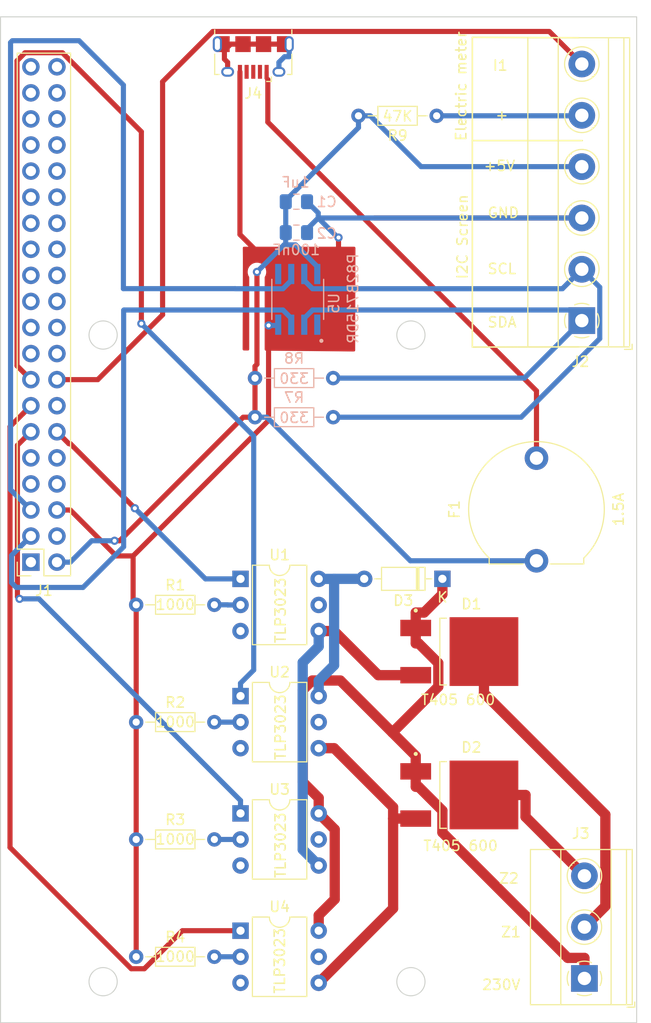
<source format=kicad_pcb>
(kicad_pcb (version 20221018) (generator pcbnew)
  (title_block (title "Heatger") (rev "1"))
  (layers (0 "F.Cu" signal) (31 "B.Cu" signal) (34 "B.Paste" user) (35 "F.Paste" user) (36 "B.SilkS" user "B.Silkscreen") (37 "F.SilkS" user "F.Silkscreen") (38 "B.Mask" user) (39 "F.Mask" user) (44 "Edge.Cuts" user))
  (net 0 "")
  (net 1 "Net-(D1-A1)")
  (net 2 "Net-(D1-G)")
  (net 3 "Net-(D1-A2)")
  (net 4 "Net-(D2-G)")
  (net 5 "Net-(D2-A2)")
  (net 6 "Net-(D3-A)")
  (net 8 "Net-(J1-Pin_2)")
  (net 9 "Net-(J1-Pin_3)")
  (net 11 "Net-(J1-Pin_5)")
  (net 12 "Net-(J1-Pin_6)")
  (net 17 "Net-(J1-Pin_11)")
  (net 18 "Net-(J1-Pin_12)")
  (net 19 "Net-(J1-Pin_13)")
  (net 21 "Net-(J1-Pin_15)")
  (net 22 "Net-(J1-Pin_16)")
  (net 47 "Net-(J2-Pin_2)")
  (net 48 "Net-(J2-Pin_5)")
  (net 52 "unconnected-(J4-Shield-Pad6)")
  (net 53 "Net-(R1-Pad2)")
  (net 54 "Net-(R2-Pad2)")
  (net 55 "Net-(R3-Pad2)")
  (net 56 "Net-(R4-Pad2)")
  (net 61 "Net-(J2-Pin_1)")
  (net 62 "Net-(J4-VBUS)")
  (footprint "Package_DIP:DIP-6_W7.62mm" (layer "F.Cu") (at 135.392 144.033)
    (fp_text reference "U4" (at 3.81 -2.33) (layer "F.SilkS"))
    (fp_text value "TLP3023" (at 3.8254 2.9314 90) (layer "F.SilkS"))
    (pad "1" thru_hole rect (at 0 0) (size 1.6 1.6) (drill 0.8) (layers "*.Cu" "*.Mask") (net 19 "Net-(J1-Pin_13)"))
    (pad "2" thru_hole oval (at 0 2.54) (size 1.6 1.6) (drill 0.8) (layers "*.Cu" "*.Mask") (net 56 "Net-(R4-Pad2)"))
    (pad "3" thru_hole oval (at 0 5.08) (size 1.6 1.6) (drill 0.8) (layers "*.Cu" "*.Mask"))
    (pad "4" thru_hole oval (at 7.62 5.08) (size 1.6 1.6) (drill 0.8) (layers "*.Cu" "*.Mask") (net 4 "Net-(D2-G)"))
    (pad "5" thru_hole oval (at 7.62 2.54) (size 1.6 1.6) (drill 0.8) (layers "*.Cu" "*.Mask"))
    (pad "6" thru_hole oval (at 7.62 0) (size 1.6 1.6) (drill 0.8) (layers "*.Cu" "*.Mask") (net 1 "Net-(D1-A1)"))
  )
  (footprint "Connector_USB:USB_Micro-B_Amphenol_10118194_Horizontal" (layer "F.Cu") (at 136.636 58.958 180)
    (fp_text reference "J4" (at 0 -3.5) (layer "F.SilkS"))
    (fp_text value "USB_B_Micro")
    (pad "1" smd rect (at -1.3 -1.4 180) (size 0.4 1.35) (layers "F.Cu" "F.Paste" "F.Mask") (net 62 "Net-(J4-VBUS)"))
    (pad "2" smd rect (at -0.65 -1.4 180) (size 0.4 1.35) (layers "F.Cu" "F.Paste" "F.Mask"))
    (pad "3" smd rect (at 0 -1.4 180) (size 0.4 1.35) (layers "F.Cu" "F.Paste" "F.Mask"))
    (pad "4" smd rect (at 0.65 -1.4 180) (size 0.4 1.35) (layers "F.Cu" "F.Paste" "F.Mask"))
    (pad "5" smd rect (at 1.3 -1.4 180) (size 0.4 1.35) (layers "F.Cu" "F.Paste" "F.Mask") (net 12 "Net-(J1-Pin_6)"))
    (pad "6" thru_hole oval (at -3.5 1.3 180) (size 0.89 1.55) (drill oval 0.5 1.15) (layers "*.Cu" "*.Mask") (net 52 "unconnected-(J4-Shield-Pad6)"))
    (pad "6" smd rect (at -2.9 1.3 180) (size 1.2 1.55) (layers "F.Cu" "F.Paste" "F.Mask") (net 52 "unconnected-(J4-Shield-Pad6)"))
    (pad "6" thru_hole oval (at -2.5 -1.4 180) (size 1.25 0.95) (drill oval 0.85 0.55) (layers "*.Cu" "*.Mask") (net 52 "unconnected-(J4-Shield-Pad6)"))
    (pad "6" smd rect (at -1 1.3 180) (size 1.5 1.55) (layers "F.Cu" "F.Paste" "F.Mask") (net 52 "unconnected-(J4-Shield-Pad6)"))
    (pad "6" smd rect (at 1 1.3 180) (size 1.5 1.55) (layers "F.Cu" "F.Paste" "F.Mask") (net 52 "unconnected-(J4-Shield-Pad6)"))
    (pad "6" thru_hole oval (at 2.5 -1.4 180) (size 1.25 0.95) (drill oval 0.85 0.55) (layers "*.Cu" "*.Mask") (net 52 "unconnected-(J4-Shield-Pad6)"))
    (pad "6" smd rect (at 2.9 1.3 180) (size 1.2 1.55) (layers "F.Cu" "F.Paste" "F.Mask") (net 52 "unconnected-(J4-Shield-Pad6)"))
    (pad "6" thru_hole oval (at 3.5 1.3 180) (size 0.89 1.55) (drill oval 0.5 1.15) (layers "*.Cu" "*.Mask") (net 52 "unconnected-(J4-Shield-Pad6)"))
  )
  (footprint "VREG_L78M08CDT-TR:VREG_L78M08CDT-TR" (layer "F.Cu") (at 156.718 116.84)
    (fp_text reference "D1" (at 1.175 -4.635) (layer "F.SilkS"))
    (fp_text value "T405 600" (at -0.127 4.699) (layer "F.SilkS"))
    (pad "1" smd rect (at -4.25 -2.3) (size 3 1.6) (layers "F.Cu" "F.Paste" "F.Mask") (net 1 "Net-(D1-A1)"))
    (pad "2" smd rect (at 2.4 0) (size 6.7 6.7) (layers "F.Cu" "F.Mask") (net 3 "Net-(D1-A2)"))
    (pad "3" smd rect (at -4.25 2.3) (size 3 1.6) (layers "F.Cu" "F.Paste" "F.Mask") (net 2 "Net-(D1-G)"))
  )
  (footprint "Resistor_THT:R_Axial_DIN0204_L3.6mm_D1.6mm_P7.62mm_Horizontal" (layer "F.Cu") (at 125.222 123.713)
    (fp_text reference "R2" (at 3.81 -1.92) (layer "F.SilkS"))
    (fp_text value "1000" (at 3.81 -0.015) (layer "F.SilkS"))
    (pad "1" thru_hole circle (at 0 0) (size 1.4 1.4) (drill 0.7) (layers "*.Cu" "*.Mask") (net 12 "Net-(J1-Pin_6)"))
    (pad "2" thru_hole oval (at 7.62 0) (size 1.4 1.4) (drill 0.7) (layers "*.Cu" "*.Mask") (net 54 "Net-(R2-Pad2)"))
  )
  (footprint "Fuse:Fuseholder_Cylinder-5x20mm_EATON_H15-V-1_Vertical_Closed" (layer "F.Cu") (at 164.2364 107.9932 90)
    (fp_text reference "F1" (at 5 -8 90) (layer "F.SilkS"))
    (fp_text value "1.5A" (at 5 8 90) (layer "F.SilkS"))
    (pad "1" thru_hole circle (at 0 0 90) (size 2.3 2.3) (drill 1.3) (layers "*.Cu" "*.Mask") (net 8 "Net-(J1-Pin_2)"))
    (pad "2" thru_hole circle (at 10 0 90) (size 2.3 2.3) (drill 1.3) (layers "*.Cu" "*.Mask") (net 62 "Net-(J4-VBUS)"))
  )
  (footprint "Resistor_THT:R_Axial_DIN0204_L3.6mm_D1.6mm_P7.62mm_Horizontal" (layer "F.Cu") (at 125.222 112.283)
    (fp_text reference "R1" (at 3.81 -1.92) (layer "F.SilkS"))
    (fp_text value "1000" (at 3.81 -0.015) (layer "F.SilkS"))
    (pad "1" thru_hole circle (at 0 0) (size 1.4 1.4) (drill 0.7) (layers "*.Cu" "*.Mask") (net 12 "Net-(J1-Pin_6)"))
    (pad "2" thru_hole oval (at 7.62 0) (size 1.4 1.4) (drill 0.7) (layers "*.Cu" "*.Mask") (net 53 "Net-(R1-Pad2)"))
  )
  (footprint "Resistor_THT:R_Axial_DIN0204_L3.6mm_D1.6mm_P7.62mm_Horizontal" (layer "F.Cu") (at 125.222 146.573)
    (fp_text reference "R4" (at 3.81 -1.92) (layer "F.SilkS"))
    (fp_text value "1000" (at 3.81 -0.015) (layer "F.SilkS"))
    (pad "1" thru_hole circle (at 0 0) (size 1.4 1.4) (drill 0.7) (layers "*.Cu" "*.Mask") (net 12 "Net-(J1-Pin_6)"))
    (pad "2" thru_hole oval (at 7.62 0) (size 1.4 1.4) (drill 0.7) (layers "*.Cu" "*.Mask") (net 56 "Net-(R4-Pad2)"))
  )
  (footprint "Diode_THT:D_DO-35_SOD27_P7.62mm_Horizontal" (layer "F.Cu") (at 155.067 109.7534 180)
    (fp_text reference "D3" (at 3.81 -2.12) (layer "F.SilkS"))
    (fp_text value "1N914")
    (fp_text user "K" (at 0 -1.8) (layer "F.SilkS"))
    (pad "1" thru_hole rect (at 0 0 180) (size 1.6 1.6) (drill 0.8) (layers "*.Cu" "*.Mask") (net 1 "Net-(D1-A1)"))
    (pad "2" thru_hole oval (at 7.62 0 180) (size 1.6 1.6) (drill 0.8) (layers "*.Cu" "*.Mask") (net 6 "Net-(D3-A)"))
  )
  (footprint "TerminalBlock_Phoenix:TerminalBlock_Phoenix_MKDS-1,5-6_1x06_P5.00mm_Horizontal" (layer "F.Cu") (at 168.656 84.596 90)
    (fp_text reference "J2" (at -3.9992 -0.127 180) (layer "F.SilkS"))
    (fp_text value "DC command")
    (pad "1" thru_hole rect (at 0 0 90) (size 2.6 2.6) (drill 1.3) (layers "*.Cu" "*.Mask") (net 61 "Net-(J2-Pin_1)"))
    (pad "2" thru_hole circle (at 5 0 90) (size 2.6 2.6) (drill 1.3) (layers "*.Cu" "*.Mask") (net 47 "Net-(J2-Pin_2)"))
    (pad "3" thru_hole circle (at 10 0 90) (size 2.6 2.6) (drill 1.3) (layers "*.Cu" "*.Mask") (net 12 "Net-(J1-Pin_6)"))
    (pad "4" thru_hole circle (at 15 0 90) (size 2.6 2.6) (drill 1.3) (layers "*.Cu" "*.Mask") (net 8 "Net-(J1-Pin_2)"))
    (pad "5" thru_hole circle (at 20 0 90) (size 2.6 2.6) (drill 1.3) (layers "*.Cu" "*.Mask") (net 48 "Net-(J2-Pin_5)"))
    (pad "6" thru_hole circle (at 25 0 90) (size 2.6 2.6) (drill 1.3) (layers "*.Cu" "*.Mask") (net 22 "Net-(J1-Pin_16)"))
  )
  (footprint "TerminalBlock_Phoenix:TerminalBlock_Phoenix_MKDS-1,5-3_1x03_P5.00mm_Horizontal" (layer "F.Cu") (at 168.9102 148.684 90)
    (fp_text reference "J3" (at 14.1148 -0.3556 180) (layer "F.SilkS"))
    (fp_text value "AC Pilote")
    (pad "1" thru_hole rect (at 0 0 90) (size 2.6 2.6) (drill 1.3) (layers "*.Cu" "*.Mask") (net 1 "Net-(D1-A1)"))
    (pad "2" thru_hole circle (at 5 0 90) (size 2.6 2.6) (drill 1.3) (layers "*.Cu" "*.Mask") (net 3 "Net-(D1-A2)"))
    (pad "3" thru_hole circle (at 10 0 90) (size 2.6 2.6) (drill 1.3) (layers "*.Cu" "*.Mask") (net 5 "Net-(D2-A2)"))
  )
  (footprint "VREG_L78M08CDT-TR:VREG_L78M08CDT-TR" (layer "F.Cu") (at 156.718 130.81)
    (fp_text reference "D2" (at 1.175 -4.635) (layer "F.SilkS"))
    (fp_text value "T405 600" (at 0.127 4.953) (layer "F.SilkS"))
    (pad "1" smd rect (at -4.25 -2.3) (size 3 1.6) (layers "F.Cu" "F.Paste" "F.Mask") (net 1 "Net-(D1-A1)"))
    (pad "2" smd rect (at 2.4 0) (size 6.7 6.7) (layers "F.Cu" "F.Mask") (net 5 "Net-(D2-A2)"))
    (pad "3" smd rect (at -4.25 2.3) (size 3 1.6) (layers "F.Cu" "F.Paste" "F.Mask") (net 4 "Net-(D2-G)"))
  )
  (footprint "Resistor_THT:R_Axial_DIN0204_L3.6mm_D1.6mm_P7.62mm_Horizontal" (layer "F.Cu") (at 154.5082 64.643 180)
    (fp_text reference "R9" (at 3.81 -1.92) (layer "F.SilkS"))
    (fp_text value "47K" (at 3.81 -0.0446) (layer "F.SilkS"))
    (pad "1" thru_hole circle (at 0 0 180) (size 1.4 1.4) (drill 0.7) (layers "*.Cu" "*.Mask") (net 48 "Net-(J2-Pin_5)"))
    (pad "2" thru_hole oval (at 7.62 0 180) (size 1.4 1.4) (drill 0.7) (layers "*.Cu" "*.Mask") (net 8 "Net-(J1-Pin_2)"))
  )
  (footprint "Connector_PinSocket_2.54mm:PinSocket_2x20_P2.54mm_Vertical" (layer "F.Cu") (at 114.9604 108.1278 180)
    (fp_text reference "J1" (at -1.27 -2.77) (layer "F.SilkS"))
    (fp_text value "RPI")
    (pad "1" thru_hole rect (at 0 0 180) (size 1.7 1.7) (drill 1) (layers "*.Cu" "*.Mask"))
    (pad "2" thru_hole oval (at -2.54 0 180) (size 1.7 1.7) (drill 1) (layers "*.Cu" "*.Mask") (net 8 "Net-(J1-Pin_2)"))
    (pad "3" thru_hole oval (at 0 2.54 180) (size 1.7 1.7) (drill 1) (layers "*.Cu" "*.Mask") (net 9 "Net-(J1-Pin_3)"))
    (pad "4" thru_hole oval (at -2.54 2.54 180) (size 1.7 1.7) (drill 1) (layers "*.Cu" "*.Mask"))
    (pad "5" thru_hole oval (at 0 5.08 180) (size 1.7 1.7) (drill 1) (layers "*.Cu" "*.Mask") (net 11 "Net-(J1-Pin_5)"))
    (pad "6" thru_hole oval (at -2.54 5.08 180) (size 1.7 1.7) (drill 1) (layers "*.Cu" "*.Mask") (net 12 "Net-(J1-Pin_6)"))
    (pad "7" thru_hole oval (at 0 7.62 180) (size 1.7 1.7) (drill 1) (layers "*.Cu" "*.Mask"))
    (pad "8" thru_hole oval (at -2.54 7.62 180) (size 1.7 1.7) (drill 1) (layers "*.Cu" "*.Mask"))
    (pad "9" thru_hole oval (at 0 10.16 180) (size 1.7 1.7) (drill 1) (layers "*.Cu" "*.Mask"))
    (pad "10" thru_hole oval (at -2.54 10.16 180) (size 1.7 1.7) (drill 1) (layers "*.Cu" "*.Mask"))
    (pad "11" thru_hole oval (at 0 12.7 180) (size 1.7 1.7) (drill 1) (layers "*.Cu" "*.Mask") (net 17 "Net-(J1-Pin_11)"))
    (pad "12" thru_hole oval (at -2.54 12.7 180) (size 1.7 1.7) (drill 1) (layers "*.Cu" "*.Mask") (net 18 "Net-(J1-Pin_12)"))
    (pad "13" thru_hole oval (at 0 15.24 180) (size 1.7 1.7) (drill 1) (layers "*.Cu" "*.Mask") (net 19 "Net-(J1-Pin_13)"))
    (pad "14" thru_hole oval (at -2.54 15.24 180) (size 1.7 1.7) (drill 1) (layers "*.Cu" "*.Mask"))
    (pad "15" thru_hole oval (at 0 17.78 180) (size 1.7 1.7) (drill 1) (layers "*.Cu" "*.Mask") (net 21 "Net-(J1-Pin_15)"))
    (pad "16" thru_hole oval (at -2.54 17.78 180) (size 1.7 1.7) (drill 1) (layers "*.Cu" "*.Mask") (net 22 "Net-(J1-Pin_16)"))
    (pad "17" thru_hole oval (at 0 20.32 180) (size 1.7 1.7) (drill 1) (layers "*.Cu" "*.Mask"))
    (pad "18" thru_hole oval (at -2.54 20.32 180) (size 1.7 1.7) (drill 1) (layers "*.Cu" "*.Mask"))
    (pad "19" thru_hole oval (at 0 22.86 180) (size 1.7 1.7) (drill 1) (layers "*.Cu" "*.Mask"))
    (pad "20" thru_hole oval (at -2.54 22.86 180) (size 1.7 1.7) (drill 1) (layers "*.Cu" "*.Mask"))
    (pad "21" thru_hole oval (at 0 25.4 180) (size 1.7 1.7) (drill 1) (layers "*.Cu" "*.Mask"))
    (pad "22" thru_hole oval (at -2.54 25.4 180) (size 1.7 1.7) (drill 1) (layers "*.Cu" "*.Mask"))
    (pad "23" thru_hole oval (at 0 27.94 180) (size 1.7 1.7) (drill 1) (layers "*.Cu" "*.Mask"))
    (pad "24" thru_hole oval (at -2.54 27.94 180) (size 1.7 1.7) (drill 1) (layers "*.Cu" "*.Mask"))
    (pad "25" thru_hole oval (at 0 30.48 180) (size 1.7 1.7) (drill 1) (layers "*.Cu" "*.Mask"))
    (pad "26" thru_hole oval (at -2.54 30.48 180) (size 1.7 1.7) (drill 1) (layers "*.Cu" "*.Mask"))
    (pad "27" thru_hole oval (at 0 33.02 180) (size 1.7 1.7) (drill 1) (layers "*.Cu" "*.Mask"))
    (pad "28" thru_hole oval (at -2.54 33.02 180) (size 1.7 1.7) (drill 1) (layers "*.Cu" "*.Mask"))
    (pad "29" thru_hole oval (at 0 35.56 180) (size 1.7 1.7) (drill 1) (layers "*.Cu" "*.Mask"))
    (pad "30" thru_hole oval (at -2.54 35.56 180) (size 1.7 1.7) (drill 1) (layers "*.Cu" "*.Mask"))
    (pad "31" thru_hole oval (at 0 38.1 180) (size 1.7 1.7) (drill 1) (layers "*.Cu" "*.Mask"))
    (pad "32" thru_hole oval (at -2.54 38.1 180) (size 1.7 1.7) (drill 1) (layers "*.Cu" "*.Mask"))
    (pad "33" thru_hole oval (at 0 40.64 180) (size 1.7 1.7) (drill 1) (layers "*.Cu" "*.Mask"))
    (pad "34" thru_hole oval (at -2.54 40.64 180) (size 1.7 1.7) (drill 1) (layers "*.Cu" "*.Mask"))
    (pad "35" thru_hole oval (at 0 43.18 180) (size 1.7 1.7) (drill 1) (layers "*.Cu" "*.Mask"))
    (pad "36" thru_hole oval (at -2.54 43.18 180) (size 1.7 1.7) (drill 1) (layers "*.Cu" "*.Mask"))
    (pad "37" thru_hole oval (at 0 45.72 180) (size 1.7 1.7) (drill 1) (layers "*.Cu" "*.Mask"))
    (pad "38" thru_hole oval (at -2.54 45.72 180) (size 1.7 1.7) (drill 1) (layers "*.Cu" "*.Mask"))
    (pad "39" thru_hole oval (at 0 48.26 180) (size 1.7 1.7) (drill 1) (layers "*.Cu" "*.Mask"))
    (pad "40" thru_hole oval (at -2.54 48.26 180) (size 1.7 1.7) (drill 1) (layers "*.Cu" "*.Mask"))
  )
  (footprint "Package_DIP:DIP-6_W7.62mm" (layer "F.Cu") (at 135.392 121.173)
    (fp_text reference "U2" (at 3.81 -2.33) (layer "F.SilkS"))
    (fp_text value "TLP3023" (at 3.9016 3.033 90) (layer "F.SilkS"))
    (pad "1" thru_hole rect (at 0 0) (size 1.6 1.6) (drill 0.8) (layers "*.Cu" "*.Mask") (net 21 "Net-(J1-Pin_15)"))
    (pad "2" thru_hole oval (at 0 2.54) (size 1.6 1.6) (drill 0.8) (layers "*.Cu" "*.Mask") (net 54 "Net-(R2-Pad2)"))
    (pad "3" thru_hole oval (at 0 5.08) (size 1.6 1.6) (drill 0.8) (layers "*.Cu" "*.Mask"))
    (pad "4" thru_hole oval (at 7.62 5.08) (size 1.6 1.6) (drill 0.8) (layers "*.Cu" "*.Mask") (net 4 "Net-(D2-G)"))
    (pad "5" thru_hole oval (at 7.62 2.54) (size 1.6 1.6) (drill 0.8) (layers "*.Cu" "*.Mask"))
    (pad "6" thru_hole oval (at 7.62 0) (size 1.6 1.6) (drill 0.8) (layers "*.Cu" "*.Mask") (net 6 "Net-(D3-A)"))
  )
  (footprint "Package_DIP:DIP-6_W7.62mm" (layer "F.Cu") (at 135.392 109.758)
    (fp_text reference "U1" (at 3.81 -2.33) (layer "F.SilkS"))
    (fp_text value "TLP3023" (at 3.9016 3.0688 90) (layer "F.SilkS"))
    (pad "1" thru_hole rect (at 0 0) (size 1.6 1.6) (drill 0.8) (layers "*.Cu" "*.Mask") (net 18 "Net-(J1-Pin_12)"))
    (pad "2" thru_hole oval (at 0 2.54) (size 1.6 1.6) (drill 0.8) (layers "*.Cu" "*.Mask") (net 53 "Net-(R1-Pad2)"))
    (pad "3" thru_hole oval (at 0 5.08) (size 1.6 1.6) (drill 0.8) (layers "*.Cu" "*.Mask"))
    (pad "4" thru_hole oval (at 7.62 5.08) (size 1.6 1.6) (drill 0.8) (layers "*.Cu" "*.Mask") (net 2 "Net-(D1-G)"))
    (pad "5" thru_hole oval (at 7.62 2.54) (size 1.6 1.6) (drill 0.8) (layers "*.Cu" "*.Mask"))
    (pad "6" thru_hole oval (at 7.62 0) (size 1.6 1.6) (drill 0.8) (layers "*.Cu" "*.Mask") (net 6 "Net-(D3-A)"))
  )
  (footprint "Resistor_THT:R_Axial_DIN0204_L3.6mm_D1.6mm_P7.62mm_Horizontal" (layer "F.Cu") (at 125.222 135.143)
    (fp_text reference "R3" (at 3.81 -1.92) (layer "F.SilkS"))
    (fp_text value "1000" (at 3.81 -0.015) (layer "F.SilkS"))
    (pad "1" thru_hole circle (at 0 0) (size 1.4 1.4) (drill 0.7) (layers "*.Cu" "*.Mask") (net 12 "Net-(J1-Pin_6)"))
    (pad "2" thru_hole oval (at 7.62 0) (size 1.4 1.4) (drill 0.7) (layers "*.Cu" "*.Mask") (net 55 "Net-(R3-Pad2)"))
  )
  (footprint "Package_DIP:DIP-6_W7.62mm" (layer "F.Cu") (at 135.392 132.603)
    (fp_text reference "U3" (at 3.81 -2.33) (layer "F.SilkS"))
    (fp_text value "TLP3023" (at 3.9016 3.1092 90) (layer "F.SilkS"))
    (pad "1" thru_hole rect (at 0 0) (size 1.6 1.6) (drill 0.8) (layers "*.Cu" "*.Mask") (net 17 "Net-(J1-Pin_11)"))
    (pad "2" thru_hole oval (at 0 2.54) (size 1.6 1.6) (drill 0.8) (layers "*.Cu" "*.Mask") (net 55 "Net-(R3-Pad2)"))
    (pad "3" thru_hole oval (at 0 5.08) (size 1.6 1.6) (drill 0.8) (layers "*.Cu" "*.Mask"))
    (pad "4" thru_hole oval (at 7.62 5.08) (size 1.6 1.6) (drill 0.8) (layers "*.Cu" "*.Mask") (net 2 "Net-(D1-G)"))
    (pad "5" thru_hole oval (at 7.62 2.54) (size 1.6 1.6) (drill 0.8) (layers "*.Cu" "*.Mask"))
    (pad "6" thru_hole oval (at 7.62 0) (size 1.6 1.6) (drill 0.8) (layers "*.Cu" "*.Mask") (net 1 "Net-(D1-A1)"))
  )
  (footprint "Resistor_THT:R_Axial_DIN0204_L3.6mm_D1.6mm_P7.62mm_Horizontal" (layer "B.Cu") (at 144.4244 94.0054 180)
    (fp_text reference "R7" (at 3.81 1.92) (layer "B.SilkS") (effects (justify mirror)))
    (fp_text value "330" (at 3.81 -0.0508) (layer "B.SilkS") (effects (justify mirror)))
    (pad "1" thru_hole circle (at 0 0 180) (size 1.4 1.4) (drill 0.7) (layers "*.Cu" "*.Mask") (net 47 "Net-(J2-Pin_2)"))
    (pad "2" thru_hole oval (at 7.62 0 180) (size 1.4 1.4) (drill 0.7) (layers "*.Cu" "*.Mask") (net 8 "Net-(J1-Pin_2)"))
  )
  (footprint "Resistor_THT:R_Axial_DIN0204_L3.6mm_D1.6mm_P7.62mm_Horizontal" (layer "B.Cu") (at 144.4244 90.1954 180)
    (fp_text reference "R8" (at 3.81 1.92) (layer "B.SilkS") (effects (justify mirror)))
    (fp_text value "330" (at 3.81 -0.0508) (layer "B.SilkS") (effects (justify mirror)))
    (pad "1" thru_hole circle (at 0 0 180) (size 1.4 1.4) (drill 0.7) (layers "*.Cu" "*.Mask") (net 61 "Net-(J2-Pin_1)"))
    (pad "2" thru_hole oval (at 7.62 0 180) (size 1.4 1.4) (drill 0.7) (layers "*.Cu" "*.Mask") (net 8 "Net-(J1-Pin_2)"))
  )
  (footprint "Autre:SOIC127P599X175-8N" (layer "B.Cu") (at 140.969 82.5246 90)
    (fp_text reference "U5" (at -0.385 3.537 270) (layer "B.SilkS") (effects (justify mirror)))
    (fp_text value "P82B715DR" (at 0.0762 5.3858 270) (layer "B.SilkS") (effects (justify mirror)))
    (pad "1" smd roundrect (at -2.47 1.905 90) (size 1.97 0.6) (layers "B.Cu" "B.Paste" "B.Mask") (roundrect_rratio 0.07))
    (pad "2" smd roundrect (at -2.47 0.635 90) (size 1.97 0.6) (layers "B.Cu" "B.Paste" "B.Mask") (roundrect_rratio 0.07) (net 61 "Net-(J2-Pin_1)"))
    (pad "3" smd roundrect (at -2.47 -0.635 90) (size 1.97 0.6) (layers "B.Cu" "B.Paste" "B.Mask") (roundrect_rratio 0.07) (net 9 "Net-(J1-Pin_3)"))
    (pad "4" smd roundrect (at -2.47 -1.905 90) (size 1.97 0.6) (layers "B.Cu" "B.Paste" "B.Mask") (roundrect_rratio 0.07) (net 12 "Net-(J1-Pin_6)"))
    (pad "5" smd roundrect (at 2.47 -1.905 90) (size 1.97 0.6) (layers "B.Cu" "B.Paste" "B.Mask") (roundrect_rratio 0.07))
    (pad "6" smd roundrect (at 2.47 -0.635 90) (size 1.97 0.6) (layers "B.Cu" "B.Paste" "B.Mask") (roundrect_rratio 0.07) (net 11 "Net-(J1-Pin_5)"))
    (pad "7" smd roundrect (at 2.47 0.635 90) (size 1.97 0.6) (layers "B.Cu" "B.Paste" "B.Mask") (roundrect_rratio 0.07) (net 47 "Net-(J2-Pin_2)"))
    (pad "8" smd roundrect (at 2.47 1.905 90) (size 1.97 0.6) (layers "B.Cu" "B.Paste" "B.Mask") (roundrect_rratio 0.07) (net 8 "Net-(J1-Pin_2)"))
  )
  (footprint "Capacitor_SMD:C_0805_2012Metric_Pad1.18x1.45mm_HandSolder" (layer "B.Cu") (at 140.8381 73.0122 180)
    (fp_text reference "C1" (at -2.9513 -0.0128) (layer "B.SilkS") (effects (justify mirror)))
    (fp_text value "1uF" (at 0.0713 1.8922) (layer "B.SilkS") (effects (justify mirror)))
    (pad "1" smd roundrect (at -1.0375 0 180) (size 1.175 1.45) (layers "B.Cu" "B.Paste" "B.Mask") (roundrect_rratio 0.212766) (net 12 "Net-(J1-Pin_6)"))
    (pad "2" smd roundrect (at 1.0375 0 180) (size 1.175 1.45) (layers "B.Cu" "B.Paste" "B.Mask") (roundrect_rratio 0.212766) (net 8 "Net-(J1-Pin_2)"))
  )
  (footprint "Capacitor_SMD:C_0805_2012Metric_Pad1.18x1.45mm_HandSolder" (layer "B.Cu") (at 140.8381 76.0222 180)
    (fp_text reference "C2" (at -2.9513 -0.0762) (layer "B.SilkS") (effects (justify mirror)))
    (fp_text value "100nF" (at 0 -1.68) (layer "B.SilkS") (effects (justify mirror)))
    (pad "1" smd roundrect (at -1.0375 0 180) (size 1.175 1.45) (layers "B.Cu" "B.Paste" "B.Mask") (roundrect_rratio 0.212766) (net 12 "Net-(J1-Pin_6)"))
    (pad "2" smd roundrect (at 1.0375 0 180) (size 1.175 1.45) (layers "B.Cu" "B.Paste" "B.Mask") (roundrect_rratio 0.212766) (net 8 "Net-(J1-Pin_2)"))
  )
  (gr_line (start 157.988 56.9976) (end 157.988 67.056) (stroke (width 0.15)) (layer "F.SilkS"))
  (gr_line (start 157.988 86.4108) (end 157.988 87.1728) (stroke (width 0.15)) (layer "F.SilkS"))
  (gr_line (start 168.3555 57.036) (end 157.988 56.9976) (stroke (width 0.15)) (layer "F.SilkS"))
  (gr_line (start 157.988 67.056) (end 157.988 86.4108) (stroke (width 0.15)) (layer "F.SilkS"))
  (gr_line (start 157.988 87.1728) (end 158.2928 87.1728) (stroke (width 0.15)) (layer "F.SilkS"))
  (gr_line (start 168.3555 87.156) (end 158.2928 87.1728) (stroke (width 0.15)) (layer "F.SilkS"))
  (gr_line (start 158.115 87.1728) (end 158.2928 87.1728) (stroke (width 0.15)) (layer "F.SilkS"))
  (gr_line (start 168.7068 67.056) (end 157.988 67.056) (stroke (width 0.15)) (layer "F.SilkS"))
  (gr_rect (start 112 55) (end 174 153) (stroke (width 0.1)) (fill none) (layer "Edge.Cuts"))
  (gr_circle (center 152 86) (end 153.375 86) (stroke (width 0.1)) (fill none) (layer "Edge.Cuts"))
  (gr_circle (center 122 149) (end 123.375 149) (stroke (width 0.1)) (fill none) (layer "Edge.Cuts"))
  (gr_circle (center 122 86) (end 123.375 86) (stroke (width 0.1)) (fill none) (layer "Edge.Cuts"))
  (gr_circle (center 152 149) (end 153.375 149) (stroke (width 0.1)) (fill none) (layer "Edge.Cuts"))
  (gr_text "Z1" (at 160.7058 144.7546) (layer "F.SilkS") (effects (font (size 1 1)) (justify left bottom)))
  (gr_text "I1" (at 159.893 60.325) (layer "F.SilkS") (effects (font (size 1 1)) (justify left bottom)))
  (gr_text "Z2" (at 160.5026 139.5222) (layer "F.SilkS") (effects (font (size 1 1)) (justify left bottom)))
  (gr_text "230V" (at 158.8516 149.8854) (layer "F.SilkS") (effects (font (size 1 1)) (justify left bottom)))
  (gr_text "I2C Screen" (at 157.607 80.645 90) (layer "F.SilkS") (effects (font (size 1 1)) (justify left bottom)))
  (gr_text "SDA" (at 159.385 85.344) (layer "F.SilkS") (effects (font (size 1 1)) (justify left bottom)))
  (gr_text "+" (at 160.147 65.151) (layer "F.SilkS") (effects (font (size 1 1)) (justify left bottom)))
  (gr_text "Electric meter" (at 157.48 67.183 90) (layer "F.SilkS") (effects (font (size 1 1)) (justify left bottom)))
  (gr_text "SCL" (at 159.385 80.137) (layer "F.SilkS") (effects (font (size 1 1)) (justify left bottom)))
  (gr_text "GND" (at 159.385 74.676) (layer "F.SilkS") (effects (font (size 1 1)) (justify left bottom)))
  (gr_text "+5V" (at 159.004 70.104) (layer "F.SilkS") (effects (font (size 1 1)) (justify left bottom)))
  (segment (start 155.067 109.7534) (end 155.067 111.255) (width 1) (layer "F.Cu") (net 1))
  (segment (start 152.75 116.042) (end 152.468 116.042) (width 1) (layer "F.Cu") (net 1))
  (segment (start 141.46 120.584) (end 141.46 129.55) (width 1) (layer "F.Cu") (net 1))
  (segment (start 168.91 148.684) (end 168.91 146.682) (width 1) (layer "F.Cu") (net 1))
  (segment (start 154.67 117.962) (end 152.75 116.042) (width 1) (layer "F.Cu") (net 1))
  (segment (start 152.468 113.038) (end 152.468 114.54) (width 1) (layer "F.Cu") (net 1))
  (segment (start 168.91 146.682) (end 167.284 146.682) (width 1) (layer "F.Cu") (net 1))
  (segment (start 152.468 127.008) (end 150.193 124.733) (width 1) (layer "F.Cu") (net 1))
  (segment (start 144.575 134.166) (end 143.012 132.603) (width 1) (layer "F.Cu") (net 1))
  (segment (start 152.75 130.012) (end 152.468 130.012) (width 1) (layer "F.Cu") (net 1))
  (segment (start 143.012 131.101) (end 143.012 132.603) (width 1) (layer "F.Cu") (net 1))
  (segment (start 143.012 144.033) (end 143.012 142.531) (width 1) (layer "F.Cu") (net 1))
  (segment (start 167.284 146.682) (end 155.066 134.464) (width 1) (layer "F.Cu") (net 1))
  (segment (start 155.067 111.255) (end 153.284 113.038) (width 1) (layer "F.Cu") (net 1))
  (segment (start 155.066 132.328) (end 152.75 130.012) (width 1) (layer "F.Cu") (net 1))
  (segment (start 144.575 140.968) (end 144.575 134.166) (width 1) (layer "F.Cu") (net 1))
  (segment (start 145.118 119.658) (end 142.386 119.658) (width 1) (layer "F.Cu") (net 1))
  (segment (start 142.386 119.658) (end 141.46 120.584) (width 1) (layer "F.Cu") (net 1))
  (segment (start 152.468 116.042) (end 152.468 114.54) (width 1) (layer "F.Cu") (net 1))
  (segment (start 168.9102 148.684) (end 168.91 148.684) (width 0.5) (layer "F.Cu") (net 1))
  (segment (start 153.284 113.038) (end 152.468 113.038) (width 1) (layer "F.Cu") (net 1))
  (segment (start 152.468 130.012) (end 152.468 128.51) (width 1) (layer "F.Cu") (net 1))
  (segment (start 150.193 124.733) (end 154.67 120.256) (width 1) (layer "F.Cu") (net 1))
  (segment (start 150.193 124.733) (end 145.118 119.658) (width 1) (layer "F.Cu") (net 1))
  (segment (start 155.067 109.753) (end 155.067 109.7534) (width 1) (layer "F.Cu") (net 1))
  (segment (start 143.012 142.531) (end 144.575 140.968) (width 1) (layer "F.Cu") (net 1))
  (segment (start 152.468 128.51) (end 152.468 127.008) (width 1) (layer "F.Cu") (net 1))
  (segment (start 154.67 120.256) (end 154.67 117.962) (width 1) (layer "F.Cu") (net 1))
  (segment (start 155.066 134.464) (end 155.066 132.328) (width 1) (layer "F.Cu") (net 1))
  (segment (start 141.46 129.55) (end 143.012 131.101) (width 1) (layer "F.Cu") (net 1))
  (segment (start 148.816 119.14) (end 144.514 114.838) (width 1) (layer "F.Cu") (net 2))
  (segment (start 144.514 114.838) (end 143.012 114.838) (width 1) (layer "F.Cu") (net 2))
  (segment (start 152.468 119.14) (end 148.816 119.14) (width 1) (layer "F.Cu") (net 2))
  (segment (start 143.012 116.34) (end 141.453 117.899) (width 1) (layer "B.Cu") (net 2))
  (segment (start 141.453 117.899) (end 141.453 136.124) (width 1) (layer "B.Cu") (net 2))
  (segment (start 143.012 114.838) (end 143.012 116.34) (width 1) (layer "B.Cu") (net 2))
  (segment (start 141.453 136.124) (end 143.012 137.683) (width 1) (layer "B.Cu") (net 2))
  (segment (start 168.91 143.684) (end 168.9102 143.6838) (width 1) (layer "F.Cu") (net 3))
  (segment (start 168.9102 143.6838) (end 169.93 142.664) (width 1) (layer "F.Cu") (net 3))
  (segment (start 159.118 120.892) (end 159.118 116.84) (width 1) (layer "F.Cu") (net 3))
  (segment (start 170.95 132.723) (end 159.118 120.892) (width 1) (layer "F.Cu") (net 3))
  (segment (start 169.93 142.664) (end 170.95 141.645) (width 1) (layer "F.Cu") (net 3))
  (segment (start 168.9102 143.6838) (end 168.9102 143.684) (width 0.5) (layer "F.Cu") (net 3))
  (segment (start 170.95 141.645) (end 170.95 132.723) (width 1) (layer "F.Cu") (net 3))
  (segment (start 144.514 126.253) (end 143.012 126.253) (width 1) (layer "F.Cu") (net 4))
  (segment (start 150.266 141.859) (end 150.266 133.11) (width 1) (layer "F.Cu") (net 4))
  (segment (start 152.468 133.11) (end 150.266 133.11) (width 1) (layer "F.Cu") (net 4))
  (segment (start 143.012 149.113) (end 150.266 141.859) (width 1) (layer "F.Cu") (net 4))
  (segment (start 150.266 133.11) (end 150.266 132.005) (width 1) (layer "F.Cu") (net 4))
  (segment (start 150.266 132.005) (end 144.514 126.253) (width 1) (layer "F.Cu") (net 4))
  (segment (start 163.17 132.944) (end 163.17 130.81) (width 1) (layer "F.Cu") (net 5))
  (segment (start 166.04 135.814) (end 166.0402 135.814) (width 0.5) (layer "F.Cu") (net 5))
  (segment (start 166.0402 135.814) (end 168.9102 138.684) (width 0.5) (layer "F.Cu") (net 5))
  (segment (start 163.17 130.81) (end 159.118 130.81) (width 1) (layer "F.Cu") (net 5))
  (segment (start 168.91 138.684) (end 166.04 135.814) (width 1) (layer "F.Cu") (net 5))
  (segment (start 166.04 135.814) (end 163.17 132.944) (width 1) (layer "F.Cu") (net 5))
  (segment (start 143.012 121.173) (end 143.012 119.671) (width 1) (layer "B.Cu") (net 6))
  (segment (start 143.012 119.671) (end 144.514 118.169) (width 1) (layer "B.Cu") (net 6))
  (segment (start 143.012 109.758) (end 144.514 109.758) (width 1) (layer "B.Cu") (net 6))
  (segment (start 147.447 109.7534) (end 147.447 109.753) (width 0.5) (layer "B.Cu") (net 6))
  (segment (start 144.514 118.169) (end 144.514 109.758) (width 1) (layer "B.Cu") (net 6))
  (segment (start 147.447 109.753) (end 144.518 109.753) (width 1) (layer "B.Cu") (net 6))
  (segment (start 144.518 109.753) (end 144.514 109.758) (width 1) (layer "B.Cu") (net 6))
  (segment (start 136.804 89.0435) (end 136.994 88.8535) (width 0.5) (layer "F.Cu") (net 8))
  (segment (start 123.114 106.043) (end 123.615 106.043) (width 0.5) (layer "F.Cu") (net 8))
  (segment (start 136.8044 94.0054) (end 136.804 94.0054) (width 0.5) (layer "F.Cu") (net 8))
  (segment (start 136.994 88.8535) (end 136.994 79.8538) (width 0.5) (layer "F.Cu") (net 8))
  (segment (start 136.804 90.1954) (end 136.804 90.195) (width 0.5) (layer "F.Cu") (net 8))
  (segment (start 123.615 106.043) (end 135.652 94.0054) (width 0.5) (layer "F.Cu") (net 8))
  (segment (start 136.804 90.195) (end 136.804 90.1954) (width 1.3998) (layer "F.Cu") (net 8))
  (segment (start 136.804 90.195) (end 136.804 89.0435) (width 0.5) (layer "F.Cu") (net 8))
  (segment (start 136.8044 90.1954) (end 136.804 90.1954) (width 0.5) (layer "F.Cu") (net 8))
  (segment (start 135.652 94.0054) (end 136.804 94.0054) (width 0.5) (layer "F.Cu") (net 8))
  (segment (start 136.804 94.0054) (end 136.804 90.1954) (width 0.5) (layer "F.Cu") (net 8))
  (via (at 136.994 79.8538) (size 0.8) (drill 0.4) (layers "F.Cu" "B.Cu") (net 8))
  (via (at 123.114 106.043) (size 0.8) (drill 0.4) (layers "F.Cu" "B.Cu") (net 8))
  (segment (start 139.801 77.2193) (end 139.801 73.0118) (width 0.5) (layer "B.Cu") (net 8))
  (segment (start 117.5004 108.128) (end 118.802 108.128) (width 0.5) (layer "B.Cu") (net 8))
  (segment (start 164.2364 107.9932) (end 151.9441 107.9932) (width 0.5) (layer "B.Cu") (net 8))
  (segment (start 151.9441 107.9932) (end 137.9563 94.0054) (width 0.5) (layer "B.Cu") (net 8))
  (segment (start 152.993 69.596) (end 168.656 69.596) (width 0.5) (layer "B.Cu") (net 8))
  (segment (start 140.758 77.2193) (end 142.874 79.3354) (width 0.5) (layer "B.Cu") (net 8))
  (segment (start 117.5004 108.1278) (end 117.5004 108.128) (width 0.5) (layer "B.Cu") (net 8))
  (segment (start 136.994 79.8538) (end 139.629 77.2193) (width 0.5) (layer "B.Cu") (net 8))
  (segment (start 136.8044 94.0054) (end 137.9563 94.0054) (width 0.5) (layer "B.Cu") (net 8))
  (segment (start 139.8006 73.0122) (end 139.801 73.0118) (width 0.5) (layer "B.Cu") (net 8))
  (segment (start 148.04 64.643) (end 152.993 69.596) (width 0.5) (layer "B.Cu") (net 8))
  (segment (start 139.8006 76.0222) (end 139.8006 77.2193) (width 0.5) (layer "B.Cu") (net 8))
  (segment (start 139.629 77.2193) (end 139.8006 77.2193) (width 0.5) (layer "B.Cu") (net 8))
  (segment (start 139.8006 77.2193) (end 139.801 77.2193) (width 0.5) (layer "B.Cu") (net 8))
  (segment (start 142.874 79.3354) (end 142.874 80.0546) (width 0.5) (layer "B.Cu") (net 8))
  (segment (start 146.8882 64.643) (end 148.04 64.643) (width 0.5) (layer "B.Cu") (net 8))
  (segment (start 146.888 64.643) (end 146.8882 64.643) (width 0.5) (layer "B.Cu") (net 8))
  (segment (start 118.802 108.128) (end 120.887 106.043) (width 0.5) (layer "B.Cu") (net 8))
  (segment (start 139.801 72.8825) (end 146.888 65.7949) (width 0.5) (layer "B.Cu") (net 8))
  (segment (start 117.5 108.128) (end 117.5004 108.128) (width 0.5) (layer "B.Cu") (net 8))
  (segment (start 139.801 73.0118) (end 139.801 72.8825) (width 0.5) (layer "B.Cu") (net 8))
  (segment (start 139.801 77.2193) (end 140.758 77.2193) (width 0.5) (layer "B.Cu") (net 8))
  (segment (start 146.888 65.7949) (end 146.888 64.643) (width 0.5) (layer "B.Cu") (net 8))
  (segment (start 120.887 106.043) (end 123.114 106.043) (width 0.5) (layer "B.Cu") (net 8))
  (segment (start 113.081 107.467) (end 114.96 105.588) (width 0.5) (layer "B.Cu") (net 9))
  (segment (start 120.04 110.592) (end 113.538 110.592) (width 0.5) (layer "B.Cu") (net 9))
  (segment (start 124.003 106.629) (end 120.04 110.592) (width 0.5) (layer "B.Cu") (net 9))
  (segment (start 113.081 110.134) (end 113.081 107.467) (width 0.5) (layer "B.Cu") (net 9))
  (segment (start 114.9604 105.5878) (end 114.9602 105.5878) (width 0.5) (layer "B.Cu") (net 9))
  (segment (start 139.526 83.5596) (end 124.035 83.5596) (width 0.5) (layer "B.Cu") (net 9))
  (segment (start 113.538 110.592) (end 113.081 110.134) (width 0.5) (layer "B.Cu") (net 9))
  (segment (start 124.035 83.5596) (end 124.003 83.5914) (width 0.5) (layer "B.Cu") (net 9))
  (segment (start 140.334 84.9946) (end 140.334 84.3678) (width 0.5) (layer "B.Cu") (net 9))
  (segment (start 114.9602 105.5878) (end 114.96 105.588) (width 0.5) (layer "B.Cu") (net 9))
  (segment (start 140.334 84.3678) (end 139.526 83.5596) (width 0.5) (layer "B.Cu") (net 9))
  (segment (start 124.003 83.5914) (end 124.003 106.629) (width 0.5) (layer "B.Cu") (net 9))
  (segment (start 139.526 81.4896) (end 134.88 81.4896) (width 0.5) (layer "B.Cu") (net 11))
  (segment (start 134.88 81.4896) (end 134.874 81.4832) (width 0.5) (layer "B.Cu") (net 11))
  (segment (start 114.9602 103.0478) (end 114.96 103.048) (width 0.5) (layer "B.Cu") (net 11))
  (segment (start 112.979 101.067) (end 114.96 103.048) (width 0.5) (layer "B.Cu") (net 11))
  (segment (start 113.157 57.3278) (end 112.979 57.5056) (width 0.5) (layer "B.Cu") (net 11))
  (segment (start 140.334 80.0546) (end 140.334 80.6814) (width 0.5) (layer "B.Cu") (net 11))
  (segment (start 140.334 80.6814) (end 139.526 81.4896) (width 0.5) (layer "B.Cu") (net 11))
  (segment (start 123.977 81.4832) (end 123.977 61.6458) (width 0.5) (layer "B.Cu") (net 11))
  (segment (start 119.659 57.3278) (end 113.157 57.3278) (width 0.5) (layer "B.Cu") (net 11))
  (segment (start 114.9604 103.0478) (end 114.9602 103.0478) (width 0.5) (layer "B.Cu") (net 11))
  (segment (start 112.979 57.5056) (end 112.979 101.067) (width 0.5) (layer "B.Cu") (net 11))
  (segment (start 134.874 81.4832) (end 123.977 81.4832) (width 0.5) (layer "B.Cu") (net 11))
  (segment (start 123.977 61.6458) (end 119.659 57.3278) (width 0.5) (layer "B.Cu") (net 11))
  (segment (start 125.222 123.713) (end 125.222 112.283) (width 0.5) (layer "F.Cu") (net 12))
  (segment (start 125.222 135.143) (end 125.222 123.713) (width 0.5) (layer "F.Cu") (net 12))
  (segment (start 125.222 146.573) (end 125.222 135.143) (width 0.5) (layer "F.Cu") (net 12))
  (segment (start 124.923 111.984) (end 125.222 112.283) (width 0.5) (layer "F.Cu") (net 12))
  (segment (start 168.656 74.596) (end 148.446 74.596) (width 0.5) (layer "F.Cu") (net 12))
  (segment (start 117.5006 103.048) (end 117.5004 103.0478) (width 0.5) (layer "F.Cu") (net 12))
  (segment (start 124.923 107.521) (end 138.126 94.3176) (width 0.5) (layer "F.Cu") (net 12))
  (segment (start 135.336 76.2048) (end 137.16 78.0288) (width 0.5) (layer "F.Cu") (net 12))
  (segment (start 138.126 85.0668) (end 138.508 85.0668) (width 0.5) (layer "F.Cu") (net 12))
  (segment (start 117.5006 103.048) (end 118.802 103.048) (width 0.5) (layer "F.Cu") (net 12))
  (segment (start 117.5 103.048) (end 117.5006 103.048) (width 0.5) (layer "F.Cu") (net 12))
  (segment (start 123.276 107.521) (end 124.923 107.521) (width 0.5) (layer "F.Cu") (net 12))
  (segment (start 118.802 103.048) (end 123.276 107.521) (width 0.5) (layer "F.Cu") (net 12))
  (segment (start 135.336 60.358) (end 135.336 76.2048) (width 0.5) (layer "F.Cu") (net 12))
  (segment (start 124.923 107.521) (end 124.923 111.984) (width 0.5) (layer "F.Cu") (net 12))
  (segment (start 144.9438 77.6345) (end 144.9438 76.504) (width 0.5) (layer "F.Cu") (net 12))
  (segment (start 138.126 94.3176) (end 138.126 85.0668) (width 0.5) (layer "F.Cu") (net 12))
  (via (at 144.9438 76.504) (size 0.8) (drill 0.4) (layers "F.Cu" "B.Cu") (net 12))
  (via (at 138.126 85.0668) (size 0.8) (drill 0.4) (layers "F.Cu" "B.Cu") (net 12))
  (segment (start 141.876 75.6859) (end 141.876 76.0222) (width 0.5) (layer "B.Cu") (net 12))
  (segment (start 142.966 74.1021) (end 141.876 73.0122) (width 0.5) (layer "B.Cu") (net 12))
  (segment (start 138.992 85.0668) (end 139.064 84.9946) (width 0.5) (layer "B.Cu") (net 12))
  (segment (start 138.126 85.0668) (end 138.992 85.0668) (width 0.5) (layer "B.Cu") (net 12))
  (segment (start 141.8756 76.0222) (end 141.876 76.0222) (width 0.5) (layer "B.Cu") (net 12))
  (segment (start 141.8756 73.0122) (end 141.876 73.0122) (width 0.5) (layer "B.Cu") (net 12))
  (segment (start 144.9438 76.504) (end 144.874 76.504) (width 0.5) (layer "B.Cu") (net 12))
  (segment (start 168.656 74.596) (end 142.966 74.596) (width 0.5) (layer "B.Cu") (net 12))
  (segment (start 142.966 74.596) (end 142.966 74.1021) (width 0.5) (layer "B.Cu") (net 12))
  (segment (start 142.966 74.596) (end 141.876 75.6859) (width 0.5) (layer "B.Cu") (net 12))
  (segment (start 144.874 76.504) (end 142.966 74.596) (width 0.5) (layer "B.Cu") (net 12))
  (segment (start 113.648 96.7405) (end 114.304 96.0841) (width 0.5) (layer "F.Cu") (net 17))
  (segment (start 114.304 96.0841) (end 114.3041 96.0841) (width 0.5) (layer "F.Cu") (net 17))
  (segment (start 113.648 111.497) (end 113.648 96.7405) (width 0.5) (layer "F.Cu") (net 17))
  (segment (start 113.855 111.704) (end 113.648 111.497) (width 0.5) (layer "F.Cu") (net 17))
  (segment (start 114.3041 96.0841) (end 114.9604 95.4278) (width 0.5) (layer "F.Cu") (net 17))
  (segment (start 114.304 96.0841) (end 114.96 95.4278) (width 0.5) (layer "F.Cu") (net 17))
  (via (at 113.855 111.704) (size 0.8) (drill 0.4) (layers "F.Cu" "B.Cu") (net 17))
  (segment (start 135.392 131.351) (end 115.745 111.704) (width 0.5) (layer "B.Cu") (net 17))
  (segment (start 115.745 111.704) (end 113.855 111.704) (width 0.5) (layer "B.Cu") (net 17))
  (segment (start 135.392 132.603) (end 135.392 131.351) (width 0.5) (layer "B.Cu") (net 17))
  (segment (start 117.5002 95.428) (end 117.5 95.4278) (width 0.5) (layer "F.Cu") (net 18))
  (segment (start 125.091 102.874) (end 118.802 96.5853) (width 0.5) (layer "F.Cu") (net 18))
  (segment (start 118.802 96.5853) (end 118.658 96.5853) (width 0.5) (layer "F.Cu") (net 18))
  (segment (start 117.5004 95.4278) (end 117.5002 95.428) (width 0.5) (layer "F.Cu") (net 18))
  (segment (start 118.658 96.5853) (end 117.5002 95.428) (width 0.5) (layer "F.Cu") (net 18))
  (via (at 125.091 102.874) (size 0.8) (drill 0.4) (layers "F.Cu" "B.Cu") (net 18))
  (segment (start 131.975 109.758) (end 125.091 102.874) (width 0.5) (layer "B.Cu") (net 18))
  (segment (start 135.392 109.758) (end 131.975 109.758) (width 0.5) (layer "B.Cu") (net 18))
  (segment (start 112.926 94.9222) (end 114.1653 93.6827) (width 0.5) (layer "F.Cu") (net 19))
  (segment (start 112.926 135.925) (end 112.926 94.9222) (width 0.5) (layer "F.Cu") (net 19))
  (segment (start 114.1653 93.6827) (end 114.1655 93.6827) (width 0.5) (layer "F.Cu") (net 19))
  (segment (start 129.725 144.033) (end 126.018 147.74) (width 0.5) (layer "F.Cu") (net 19))
  (segment (start 126.018 147.74) (end 124.742 147.74) (width 0.5) (layer "F.Cu") (net 19))
  (segment (start 135.392 144.033) (end 129.725 144.033) (width 0.5) (layer "F.Cu") (net 19))
  (segment (start 114.1655 93.6827) (end 114.9604 92.8878) (width 0.5) (layer "F.Cu") (net 19))
  (segment (start 114.1653 93.6827) (end 114.96 92.8878) (width 0.5) (layer "F.Cu") (net 19))
  (segment (start 124.742 147.74) (end 112.926 135.925) (width 0.5) (layer "F.Cu") (net 19))
  (segment (start 113.607 88.9946) (end 114.96 90.3478) (width 0.5) (layer "F.Cu") (net 21))
  (segment (start 125.728 84.8876) (end 125.728 66.1949) (width 0.5) (layer "F.Cu") (net 21))
  (segment (start 114.9604 90.3478) (end 114.96 90.3478) (width 0.5) (layer "F.Cu") (net 21))
  (segment (start 125.728 66.1949) (end 118.03 58.4973) (width 0.5) (layer "F.Cu") (net 21))
  (segment (start 113.607 59.2834) (end 113.607 88.9946) (width 0.5) (layer "F.Cu") (net 21))
  (segment (start 118.03 58.4973) (end 114.393 58.4973) (width 0.5) (layer "F.Cu") (net 21))
  (segment (start 114.393 58.4973) (end 113.607 59.2834) (width 0.5) (layer "F.Cu") (net 21))
  (via (at 125.728 84.8876) (size 0.8) (drill 0.4) (layers "F.Cu" "B.Cu") (net 21))
  (segment (start 135.392 121.173) (end 135.392 119.921) (width 0.5) (layer "B.Cu") (net 21))
  (segment (start 136.679 95.8389) (end 125.728 84.8876) (width 0.5) (layer "B.Cu") (net 21))
  (segment (start 136.679 118.634) (end 136.679 95.8389) (width 0.5) (layer "B.Cu") (net 21))
  (segment (start 135.392 119.921) (end 136.679 118.634) (width 0.5) (layer "B.Cu") (net 21))
  (segment (start 127.798 61.3197) (end 127.798 84.0265) (width 0.5) (layer "F.Cu") (net 22))
  (segment (start 165.486 56.4257) (end 132.692 56.4257) (width 0.5) (layer "F.Cu") (net 22))
  (segment (start 117.5004 90.3478) (end 117.5 90.3478) (width 0.5) (layer "F.Cu") (net 22))
  (segment (start 121.476 90.3478) (end 117.5004 90.3478) (width 0.5) (layer "F.Cu") (net 22))
  (segment (start 127.798 84.0265) (end 121.476 90.3478) (width 0.5) (layer "F.Cu") (net 22))
  (segment (start 132.692 56.4257) (end 127.798 61.3197) (width 0.5) (layer "F.Cu") (net 22))
  (segment (start 168.656 59.596) (end 165.486 56.4257) (width 0.5) (layer "F.Cu") (net 22))
  (segment (start 144.424 94.0054) (end 144.4244 94.0054) (width 0.5) (layer "B.Cu") (net 47))
  (segment (start 141.604 80.6814) (end 142.412 81.4896) (width 0.5) (layer "B.Cu") (net 47))
  (segment (start 142.412 81.4896) (end 166.762 81.4896) (width 0.5) (layer "B.Cu") (net 47))
  (segment (start 170.406 81.346) (end 168.656 79.596) (width 0.5) (layer "B.Cu") (net 47))
  (segment (start 170.406 86.346) (end 170.406 81.346) (width 0.5) (layer "B.Cu") (net 47))
  (segment (start 144.4244 94.0054) (end 162.747 94.0054) (width 0.5) (layer "B.Cu") (net 47))
  (segment (start 162.747 94.0054) (end 170.406 86.346) (width 0.5) (layer "B.Cu") (net 47))
  (segment (start 166.762 81.4896) (end 168.656 79.596) (width 0.5) (layer "B.Cu") (net 47))
  (segment (start 141.604 80.0546) (end 141.604 80.6814) (width 0.5) (layer "B.Cu") (net 47))
  (segment (start 168.609 64.643) (end 168.656 64.596) (width 0.5) (layer "B.Cu") (net 48))
  (segment (start 154.508 64.643) (end 154.5082 64.643) (width 0.5) (layer "B.Cu") (net 48))
  (segment (start 154.5082 64.643) (end 168.609 64.643) (width 0.5) (layer "B.Cu") (net 48))
  (segment (start 135.636 57.658) (end 134.434 57.658) (width 0.5) (layer "F.Cu") (net 52))
  (segment (start 133.736 57.658) (end 133.736 58.2714) (width 0.5) (layer "F.Cu") (net 52))
  (segment (start 133.821 59.1158) (end 134.136 59.4311) (width 0.5) (layer "F.Cu") (net 52))
  (segment (start 133.821 58.2714) (end 133.821 59.1158) (width 0.5) (layer "F.Cu") (net 52))
  (segment (start 134.136 59.4311) (end 134.136 60.358) (width 0.5) (layer "F.Cu") (net 52))
  (segment (start 133.736 58.2714) (end 133.821 58.2714) (width 0.5) (layer "F.Cu") (net 52))
  (segment (start 134.434 57.658) (end 133.821 58.2714) (width 0.5) (layer "F.Cu") (net 52))
  (segment (start 133.136 57.658) (end 133.736 57.658) (width 0.5) (layer "F.Cu") (net 52))
  (segment (start 140.136 57.658) (end 139.536 57.658) (width 0.5) (layer "F.Cu") (net 52))
  (segment (start 135.636 57.658) (end 137.636 57.658) (width 0.5) (layer "F.Cu") (net 52))
  (segment (start 137.636 57.658) (end 139.536 57.658) (width 0.5) (layer "F.Cu") (net 52))
  (segment (start 139.136 59.4311) (end 139.136 60.358) (width 0.5) (layer "B.Cu") (net 52))
  (segment (start 140.136 58.8849) (end 139.682 58.8849) (width 0.5) (layer "B.Cu") (net 52))
  (segment (start 139.682 58.8849) (end 139.136 59.4311) (width 0.5) (layer "B.Cu") (net 52))
  (segment (start 140.136 57.658) (end 140.136 58.8849) (width 0.5) (layer "B.Cu") (net 52))
  (segment (start 132.842 112.283) (end 134.125 112.283) (width 0.5) (layer "B.Cu") (net 53))
  (segment (start 134.14 112.298) (end 135.392 112.298) (width 0.5) (layer "B.Cu") (net 53))
  (segment (start 134.125 112.283) (end 134.14 112.298) (width 0.5) (layer "B.Cu") (net 53))
  (segment (start 135.392 123.713) (end 132.842 123.713) (width 0.5) (layer "B.Cu") (net 54))
  (segment (start 135.392 135.143) (end 132.842 135.143) (width 0.5) (layer "B.Cu") (net 55))
  (segment (start 135.392 146.573) (end 132.842 146.573) (width 0.5) (layer "B.Cu") (net 56))
  (segment (start 144.424 90.1954) (end 144.4244 90.1954) (width 0.5) (layer "B.Cu") (net 61))
  (segment (start 144.4244 90.1954) (end 163.057 90.1954) (width 0.5) (layer "B.Cu") (net 61))
  (segment (start 142.412 83.5596) (end 167.62 83.5596) (width 0.5) (layer "B.Cu") (net 61))
  (segment (start 141.604 84.9946) (end 141.604 84.3678) (width 0.5) (layer "B.Cu") (net 61))
  (segment (start 163.057 90.1954) (end 168.656 84.596) (width 0.5) (layer "B.Cu") (net 61))
  (segment (start 141.604 84.3678) (end 142.412 83.5596) (width 0.5) (layer "B.Cu") (net 61))
  (segment (start 167.62 83.5596) (end 168.656 84.596) (width 0.5) (layer "B.Cu") (net 61))
  (segment (start 137.936 60.9876) (end 137.936 60.358) (width 0.3998) (layer "F.Cu") (net 62))
  (segment (start 138.0534 61.105) (end 137.936 60.9876) (width 0.3998) (layer "F.Cu") (net 62))
  (segment (start 138.0534 61.105) (end 138.0534 65.2581) (width 0.5) (layer "F.Cu") (net 62))
  (segment (start 164.2364 91.4411) (end 164.2364 97.9932) (width 0.5) (layer "F.Cu") (net 62))
  (segment (start 138.0534 65.2581) (end 164.2364 91.4411) (width 0.5) (layer "F.Cu") (net 62))
  (zone (net 12) (net_name "Net-(J1-Pin_6)") (layer "F.Cu") (connect_pads (clearance 0.5)) (min_thickness 0.25) (fill yes (thermal_gap 0.5) (thermal_bridge_width 0.5) (island_removal_mode 1) (island_area_min 10))
    (polygon (pts (xy 135.6106 77.3938) (xy 146.594502 77.395551) (xy 146.569102 87.606351) (xy 135.596302 87.504751) (xy 135.621702 78.487751)))
  )
)
</source>
